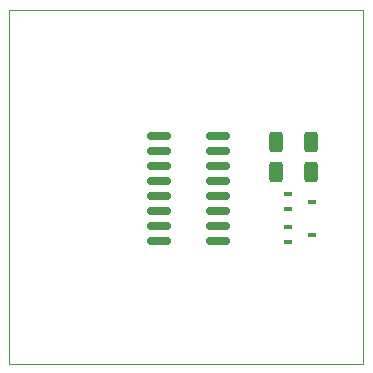
<source format=gbr>
G04 #@! TF.GenerationSoftware,KiCad,Pcbnew,(5.99.0-11522-g728b160719)*
G04 #@! TF.CreationDate,2021-07-25T14:13:55+10:00*
G04 #@! TF.ProjectId,USB-TTL,5553422d-5454-44c2-9e6b-696361645f70,rev?*
G04 #@! TF.SameCoordinates,Original*
G04 #@! TF.FileFunction,Paste,Top*
G04 #@! TF.FilePolarity,Positive*
%FSLAX46Y46*%
G04 Gerber Fmt 4.6, Leading zero omitted, Abs format (unit mm)*
G04 Created by KiCad (PCBNEW (5.99.0-11522-g728b160719)) date 2021-07-25 14:13:55*
%MOMM*%
%LPD*%
G01*
G04 APERTURE LIST*
G04 Aperture macros list*
%AMRoundRect*
0 Rectangle with rounded corners*
0 $1 Rounding radius*
0 $2 $3 $4 $5 $6 $7 $8 $9 X,Y pos of 4 corners*
0 Add a 4 corners polygon primitive as box body*
4,1,4,$2,$3,$4,$5,$6,$7,$8,$9,$2,$3,0*
0 Add four circle primitives for the rounded corners*
1,1,$1+$1,$2,$3*
1,1,$1+$1,$4,$5*
1,1,$1+$1,$6,$7*
1,1,$1+$1,$8,$9*
0 Add four rect primitives between the rounded corners*
20,1,$1+$1,$2,$3,$4,$5,0*
20,1,$1+$1,$4,$5,$6,$7,0*
20,1,$1+$1,$6,$7,$8,$9,0*
20,1,$1+$1,$8,$9,$2,$3,0*%
G04 Aperture macros list end*
G04 #@! TA.AperFunction,Profile*
%ADD10C,0.100000*%
G04 #@! TD*
%ADD11RoundRect,0.150000X-0.825000X-0.150000X0.825000X-0.150000X0.825000X0.150000X-0.825000X0.150000X0*%
%ADD12RoundRect,0.250000X-0.312500X-0.625000X0.312500X-0.625000X0.312500X0.625000X-0.312500X0.625000X0*%
%ADD13R,0.700000X0.450000*%
G04 APERTURE END LIST*
D10*
X129540000Y-78740000D02*
X159512000Y-78740000D01*
X159512000Y-78740000D02*
X159512000Y-108712000D01*
X159512000Y-108712000D02*
X129540000Y-108712000D01*
X129540000Y-108712000D02*
X129540000Y-78740000D01*
D11*
G04 #@! TO.C,U1*
X142240000Y-89408000D03*
X142240000Y-90678000D03*
X142240000Y-91948000D03*
X142240000Y-93218000D03*
X142240000Y-94488000D03*
X142240000Y-95758000D03*
X142240000Y-97028000D03*
X142240000Y-98298000D03*
X147190000Y-98298000D03*
X147190000Y-97028000D03*
X147190000Y-95758000D03*
X147190000Y-94488000D03*
X147190000Y-93218000D03*
X147190000Y-91948000D03*
X147190000Y-90678000D03*
X147190000Y-89408000D03*
G04 #@! TD*
D12*
G04 #@! TO.C,R2*
X152146000Y-92456000D03*
X155071000Y-92456000D03*
G04 #@! TD*
G04 #@! TO.C,R1*
X152146000Y-89916000D03*
X155071000Y-89916000D03*
G04 #@! TD*
D13*
G04 #@! TO.C,Q1*
X153116500Y-97140000D03*
X153116500Y-98440000D03*
X155116500Y-97790000D03*
G04 #@! TD*
G04 #@! TO.C,Q2*
X153116500Y-94346000D03*
X153116500Y-95646000D03*
X155116500Y-94996000D03*
G04 #@! TD*
M02*

</source>
